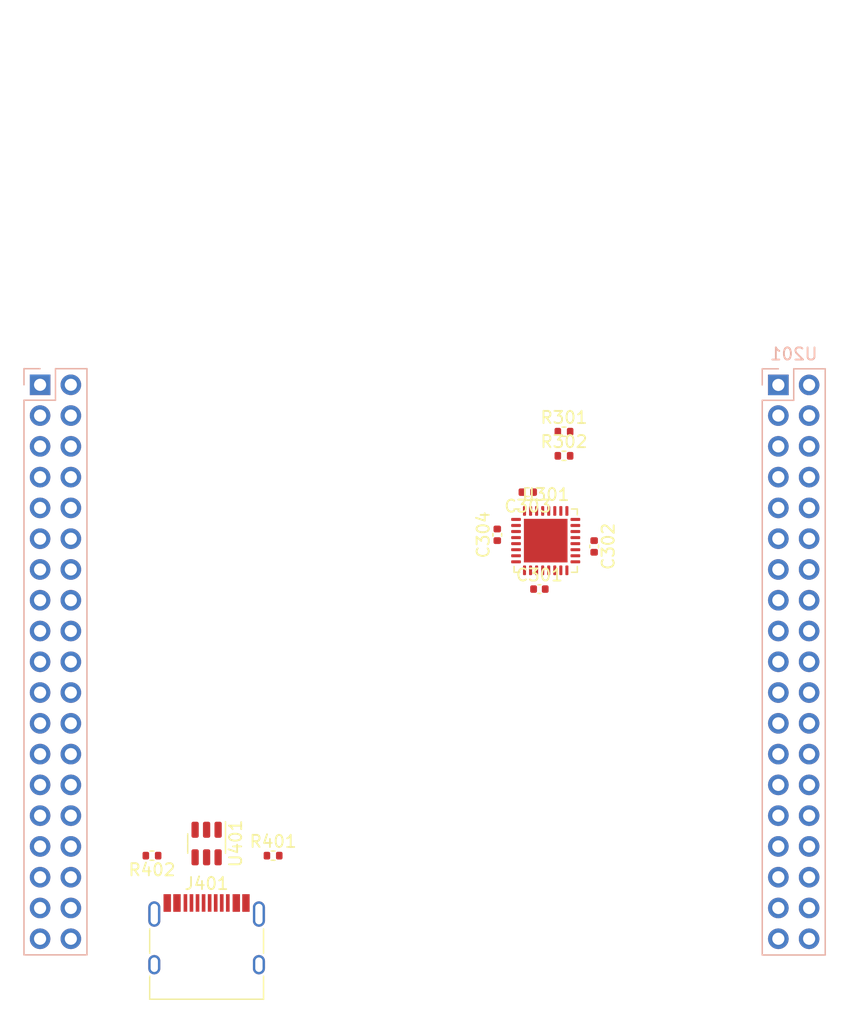
<source format=kicad_pcb>
(kicad_pcb (version 20221018) (generator pcbnew)
  (layers (0 "F.Cu" signal) (31 "B.Cu" signal) (34 "B.Paste" user) (35 "F.Paste" user) (36 "B.SilkS" user "B.Silkscreen") (37 "F.SilkS" user "F.Silkscreen") (38 "B.Mask" user) (39 "F.Mask" user) (44 "Edge.Cuts" user))
  (net 0 "")
  (net 1 "/AUDIO CODEC/VAG")
  (net 2 "GND")
  (net 3 "+3V3")
  (net 4 "+1V8")
  (net 5 "+3.3VA")
  (net 7 "/USB/USBC_VBUS")
  (net 8 "/USB/CC1")
  (net 9 "/USB/D+")
  (net 19 "/USB/D-")
  (net 30 "/USB/CC2")
  (net 31 "/AUDIO CODEC/I2C_SDA")
  (net 33 "/AUDIO CODEC/I2C_SCL")
  (net 58 "/AUDIO CODEC/HP_R")
  (net 69 "/AUDIO CODEC/HP_VGND")
  (net 81 "/AUDIO CODEC/HP_L")
  (net 88 "/AUDIO CODEC/LINEIN_R")
  (net 89 "/AUDIO CODEC/LINEIN_L")
  (net 90 "/AUDIO CODEC/SYS_MCLK")
  (net 91 "/AUDIO CODEC/I2S_LRCLK")
  (net 92 "/AUDIO CODEC/I2S_SCLK")
  (net 93 "/AUDIO CODEC/I2S_DOUT")
  (net 96 "/AUDIO CODEC/I2S_DIN")
  (net 104 "/NUCLEO/USB_D+")
  (net 105 "/NUCLEO/USB_D-")
  (footprint "Resistor_SMD:R_0402_1005Metric" (layer "F.Cu") (at 27.49 86 180)
    (fp_text reference "R402" (at 0 -1.17) (layer "F.SilkS"))
    (fp_text value "5.1k")
    (fp_line (start -0.153641 -0.38) (end 0.153641 -0.38) (stroke (width 0.12)) (layer "F.SilkS"))
    (fp_line (start -0.153641 0.38) (end 0.153641 0.38) (stroke (width 0.12)) (layer "F.SilkS"))
    (pad "1" smd roundrect (at -0.51 0 180) (size 0.54 0.64) (layers "F.Cu" "F.Paste" "F.Mask") (net 8 "/USB/CC1"))
    (pad "2" smd roundrect (at 0.51 0 180) (size 0.54 0.64) (layers "F.Cu" "F.Paste" "F.Mask") (net 2 "GND"))
  )
  (footprint "Capacitor_SMD:C_0402_1005Metric" (layer "F.Cu") (at 64 60.48 -90)
    (fp_text reference "C302" (at 0 -1.16 90) (layer "F.SilkS"))
    (fp_text value "100nF")
    (fp_line (start -0.107836 -0.36) (end 0.107836 -0.36) (stroke (width 0.12)) (layer "F.SilkS"))
    (fp_line (start -0.107836 0.36) (end 0.107836 0.36) (stroke (width 0.12)) (layer "F.SilkS"))
    (pad "1" smd roundrect (at -0.48 0 270) (size 0.56 0.62) (layers "F.Cu" "F.Paste" "F.Mask") (net 3 "+3V3"))
    (pad "2" smd roundrect (at 0.48 0 270) (size 0.56 0.62) (layers "F.Cu" "F.Paste" "F.Mask") (net 2 "GND"))
  )
  (footprint "Connector_USB:USB_C_Receptacle_HRO_TYPE-C-31-M-12" (layer "F.Cu") (at 32 93.95)
    (fp_text reference "J401" (at 0 -5.645) (layer "F.SilkS"))
    (fp_text value "USB_C_Receptacle_USB2.0")
    (fp_line (start -4.7 -1.9) (end -4.7 0.1) (stroke (width 0.12)) (layer "F.SilkS"))
    (fp_line (start -4.7 2) (end -4.7 3.9) (stroke (width 0.12)) (layer "F.SilkS"))
    (fp_line (start -4.7 3.9) (end 4.7 3.9) (stroke (width 0.12)) (layer "F.SilkS"))
    (fp_line (start 4.7 -1.9) (end 4.7 0.1) (stroke (width 0.12)) (layer "F.SilkS"))
    (fp_line (start 4.7 2) (end 4.7 3.9) (stroke (width 0.12)) (layer "F.SilkS"))
    (pad "" np_thru_hole circle (at -2.89 -2.6) (size 0.65 0.65) (drill 0.65) (layers "*.Cu" "*.Mask"))
    (pad "" np_thru_hole circle (at 2.89 -2.6) (size 0.65 0.65) (drill 0.65) (layers "*.Cu" "*.Mask"))
    (pad "A1" smd rect (at -3.25 -4.045) (size 0.6 1.45) (layers "F.Cu" "F.Paste" "F.Mask") (net 2 "GND"))
    (pad "A4" smd rect (at -2.45 -4.045) (size 0.6 1.45) (layers "F.Cu" "F.Paste" "F.Mask") (net 7 "/USB/USBC_VBUS"))
    (pad "A5" smd rect (at -1.25 -4.045) (size 0.3 1.45) (layers "F.Cu" "F.Paste" "F.Mask") (net 8 "/USB/CC1"))
    (pad "A6" smd rect (at -0.25 -4.045) (size 0.3 1.45) (layers "F.Cu" "F.Paste" "F.Mask") (net 9 "/USB/D+"))
    (pad "A7" smd rect (at 0.25 -4.045) (size 0.3 1.45) (layers "F.Cu" "F.Paste" "F.Mask") (net 19 "/USB/D-"))
    (pad "A8" smd rect (at 1.25 -4.045) (size 0.3 1.45) (layers "F.Cu" "F.Paste" "F.Mask"))
    (pad "A9" smd rect (at 2.45 -4.045) (size 0.6 1.45) (layers "F.Cu" "F.Paste" "F.Mask") (net 7 "/USB/USBC_VBUS"))
    (pad "A12" smd rect (at 3.25 -4.045) (size 0.6 1.45) (layers "F.Cu" "F.Paste" "F.Mask") (net 2 "GND"))
    (pad "B1" smd rect (at 3.25 -4.045) (size 0.6 1.45) (layers "F.Cu" "F.Paste" "F.Mask") (net 2 "GND"))
    (pad "B4" smd rect (at 2.45 -4.045) (size 0.6 1.45) (layers "F.Cu" "F.Paste" "F.Mask") (net 7 "/USB/USBC_VBUS"))
    (pad "B5" smd rect (at 1.75 -4.045) (size 0.3 1.45) (layers "F.Cu" "F.Paste" "F.Mask") (net 30 "/USB/CC2"))
    (pad "B6" smd rect (at 0.75 -4.045) (size 0.3 1.45) (layers "F.Cu" "F.Paste" "F.Mask") (net 9 "/USB/D+"))
    (pad "B7" smd rect (at -0.75 -4.045) (size 0.3 1.45) (layers "F.Cu" "F.Paste" "F.Mask") (net 19 "/USB/D-"))
    (pad "B8" smd rect (at -1.75 -4.045) (size 0.3 1.45) (layers "F.Cu" "F.Paste" "F.Mask"))
    (pad "B9" smd rect (at -2.45 -4.045) (size 0.6 1.45) (layers "F.Cu" "F.Paste" "F.Mask") (net 7 "/USB/USBC_VBUS"))
    (pad "B12" smd rect (at -3.25 -4.045) (size 0.6 1.45) (layers "F.Cu" "F.Paste" "F.Mask") (net 2 "GND"))
    (pad "S1" thru_hole oval (at -4.32 -3.13) (size 1 2.1) (drill oval 0.6 1.7) (layers "*.Cu" "*.Mask"))
    (pad "S1" thru_hole oval (at -4.32 1.05) (size 1 1.6) (drill oval 0.6 1.2) (layers "*.Cu" "*.Mask"))
    (pad "S1" thru_hole oval (at 4.32 -3.13) (size 1 2.1) (drill oval 0.6 1.7) (layers "*.Cu" "*.Mask"))
    (pad "S1" thru_hole oval (at 4.32 1.05) (size 1 1.6) (drill oval 0.6 1.2) (layers "*.Cu" "*.Mask"))
  )
  (footprint "Capacitor_SMD:C_0402_1005Metric" (layer "F.Cu") (at 59.48 64)
    (fp_text reference "C301" (at 0 -1.16) (layer "F.SilkS"))
    (fp_text value "100nF")
    (fp_line (start -0.107836 -0.36) (end 0.107836 -0.36) (stroke (width 0.12)) (layer "F.SilkS"))
    (fp_line (start -0.107836 0.36) (end 0.107836 0.36) (stroke (width 0.12)) (layer "F.SilkS"))
    (pad "1" smd roundrect (at -0.48 0) (size 0.56 0.62) (layers "F.Cu" "F.Paste" "F.Mask") (net 1 "/AUDIO CODEC/VAG"))
    (pad "2" smd roundrect (at 0.48 0) (size 0.56 0.62) (layers "F.Cu" "F.Paste" "F.Mask") (net 2 "GND"))
  )
  (footprint "Package_TO_SOT_SMD:SOT-23-6" (layer "F.Cu") (at 32 85 -90)
    (fp_text reference "U401" (at 0 -2.4 90) (layer "F.SilkS"))
    (fp_text value "USBLC6-2SC6")
    (fp_line (start 0 -1.56) (end -1.8 -1.56) (stroke (width 0.12)) (layer "F.SilkS"))
    (fp_line (start 0 -1.56) (end 0.8 -1.56) (stroke (width 0.12)) (layer "F.SilkS"))
    (fp_line (start 0 1.56) (end -0.8 1.56) (stroke (width 0.12)) (layer "F.SilkS"))
    (fp_line (start 0 1.56) (end 0.8 1.56) (stroke (width 0.12)) (layer "F.SilkS"))
    (pad "1" smd roundrect (at -1.1375 -0.95 270) (size 1.325 0.6) (layers "F.Cu" "F.Paste" "F.Mask") (net 104 "/NUCLEO/USB_D+"))
    (pad "2" smd roundrect (at -1.1375 0 270) (size 1.325 0.6) (layers "F.Cu" "F.Paste" "F.Mask") (net 2 "GND"))
    (pad "3" smd roundrect (at -1.1375 0.95 270) (size 1.325 0.6) (layers "F.Cu" "F.Paste" "F.Mask") (net 105 "/NUCLEO/USB_D-"))
    (pad "4" smd roundrect (at 1.1375 0.95 270) (size 1.325 0.6) (layers "F.Cu" "F.Paste" "F.Mask") (net 19 "/USB/D-"))
    (pad "5" smd roundrect (at 1.1375 0 270) (size 1.325 0.6) (layers "F.Cu" "F.Paste" "F.Mask") (net 7 "/USB/USBC_VBUS"))
    (pad "6" smd roundrect (at 1.1375 -0.95 270) (size 1.325 0.6) (layers "F.Cu" "F.Paste" "F.Mask") (net 9 "/USB/D+"))
  )
  (footprint "Resistor_SMD:R_0402_1005Metric" (layer "F.Cu") (at 61.51 53)
    (fp_text reference "R302" (at 0 -1.17) (layer "F.SilkS"))
    (fp_text value "1.5k")
    (fp_line (start -0.153641 -0.38) (end 0.153641 -0.38) (stroke (width 0.12)) (layer "F.SilkS"))
    (fp_line (start -0.153641 0.38) (end 0.153641 0.38) (stroke (width 0.12)) (layer "F.SilkS"))
    (pad "1" smd roundrect (at -0.51 0) (size 0.54 0.64) (layers "F.Cu" "F.Paste" "F.Mask") (net 3 "+3V3"))
    (pad "2" smd roundrect (at 0.51 0) (size 0.54 0.64) (layers "F.Cu" "F.Paste" "F.Mask") (net 33 "/AUDIO CODEC/I2C_SCL"))
  )
  (footprint "Package_DFN_QFN:QFN-32-1EP_5x5mm_P0.5mm_EP3.6x3.6mm" (layer "F.Cu") (at 60 60)
    (fp_text reference "U301" (at 0 -3.8) (layer "F.SilkS"))
    (fp_text value "SGTL5000XNAA3")
    (fp_line (start -2.61 2.61) (end -2.61 2.135) (stroke (width 0.12)) (layer "F.SilkS"))
    (fp_line (start -2.135 -2.61) (end -2.61 -2.61) (stroke (width 0.12)) (layer "F.SilkS"))
    (fp_line (start -2.135 2.61) (end -2.61 2.61) (stroke (width 0.12)) (layer "F.SilkS"))
    (fp_line (start 2.135 -2.61) (end 2.61 -2.61) (stroke (width 0.12)) (layer "F.SilkS"))
    (fp_line (start 2.135 2.61) (end 2.61 2.61) (stroke (width 0.12)) (layer "F.SilkS"))
    (fp_line (start 2.61 -2.61) (end 2.61 -2.135) (stroke (width 0.12)) (layer "F.SilkS"))
    (fp_line (start 2.61 2.61) (end 2.61 2.135) (stroke (width 0.12)) (layer "F.SilkS"))
    (pad "1" smd roundrect (at -2.45 -1.75) (size 0.8 0.25) (layers "F.Cu" "F.Paste" "F.Mask") (net 2 "GND"))
    (pad "2" smd roundrect (at -2.45 -1.25) (size 0.8 0.25) (layers "F.Cu" "F.Paste" "F.Mask") (net 58 "/AUDIO CODEC/HP_R"))
    (pad "3" smd roundrect (at -2.45 -0.75) (size 0.8 0.25) (layers "F.Cu" "F.Paste" "F.Mask") (net 2 "GND"))
    (pad "4" smd roundrect (at -2.45 -0.25) (size 0.8 0.25) (layers "F.Cu" "F.Paste" "F.Mask") (net 69 "/AUDIO CODEC/HP_VGND"))
    (pad "5" smd roundrect (at -2.45 0.25) (size 0.8 0.25) (layers "F.Cu" "F.Paste" "F.Mask") (net 5 "+3.3VA"))
    (pad "6" smd roundrect (at -2.45 0.75) (size 0.8 0.25) (layers "F.Cu" "F.Paste" "F.Mask") (net 81 "/AUDIO CODEC/HP_L"))
    (pad "7" smd roundrect (at -2.45 1.25) (size 0.8 0.25) (layers "F.Cu" "F.Paste" "F.Mask") (net 2 "GND"))
    (pad "8" smd roundrect (at -2.45 1.75) (size 0.8 0.25) (layers "F.Cu" "F.Paste" "F.Mask"))
    (pad "9" smd roundrect (at -1.75 2.45) (size 0.25 0.8) (layers "F.Cu" "F.Paste" "F.Mask"))
    (pad "10" smd roundrect (at -1.25 2.45) (size 0.25 0.8) (layers "F.Cu" "F.Paste" "F.Mask") (net 1 "/AUDIO CODEC/VAG"))
    (pad "11" smd roundrect (at -0.75 2.45) (size 0.25 0.8) (layers "F.Cu" "F.Paste" "F.Mask"))
    (pad "12" smd roundrect (at -0.25 2.45) (size 0.25 0.8) (layers "F.Cu" "F.Paste" "F.Mask"))
    (pad "13" smd roundrect (at 0.25 2.45) (size 0.25 0.8) (layers "F.Cu" "F.Paste" "F.Mask") (net 88 "/AUDIO CODEC/LINEIN_R"))
    (pad "14" smd roundrect (at 0.75 2.45) (size 0.25 0.8) (layers "F.Cu" "F.Paste" "F.Mask") (net 89 "/AUDIO CODEC/LINEIN_L"))
    (pad "15" smd roundrect (at 1.25 2.45) (size 0.25 0.8) (layers "F.Cu" "F.Paste" "F.Mask"))
    (pad "16" smd roundrect (at 1.75 2.45) (size 0.25 0.8) (layers "F.Cu" "F.Paste" "F.Mask"))
    (pad "17" smd roundrect (at 2.45 1.75) (size 0.8 0.25) (layers "F.Cu" "F.Paste" "F.Mask"))
    (pad "18" smd roundrect (at 2.45 1.25) (size 0.8 0.25) (layers "F.Cu" "F.Paste" "F.Mask"))
    (pad "19" smd roundrect (at 2.45 0.75) (size 0.8 0.25) (layers "F.Cu" "F.Paste" "F.Mask"))
    (pad "20" smd roundrect (at 2.45 0.25) (size 0.8 0.25) (layers "F.Cu" "F.Paste" "F.Mask") (net 3 "+3V3"))
    (pad "21" smd roundrect (at 2.45 -0.25) (size 0.8 0.25) (layers "F.Cu" "F.Paste" "F.Mask") (net 90 "/AUDIO CODEC/SYS_MCLK"))
    (pad "22" smd roundrect (at 2.45 -0.75) (size 0.8 0.25) (layers "F.Cu" "F.Paste" "F.Mask"))
    (pad "23" smd roundrect (at 2.45 -1.25) (size 0.8 0.25) (layers "F.Cu" "F.Paste" "F.Mask") (net 91 "/AUDIO CODEC/I2S_LRCLK"))
    (pad "24" smd roundrect (at 2.45 -1.75) (size 0.8 0.25) (layers "F.Cu" "F.Paste" "F.Mask") (net 92 "/AUDIO CODEC/I2S_SCLK"))
    (pad "25" smd roundrect (at 1.75 -2.45) (size 0.25 0.8) (layers "F.Cu" "F.Paste" "F.Mask") (net 93 "/AUDIO CODEC/I2S_DOUT"))
    (pad "26" smd roundrect (at 1.25 -2.45) (size 0.25 0.8) (layers "F.Cu" "F.Paste" "F.Mask") (net 96 "/AUDIO CODEC/I2S_DIN"))
    (pad "27" smd roundrect (at 0.75 -2.45) (size 0.25 0.8) (layers "F.Cu" "F.Paste" "F.Mask") (net 31 "/AUDIO CODEC/I2C_SDA"))
    (pad "28" smd roundrect (at 0.25 -2.45) (size 0.25 0.8) (layers "F.Cu" "F.Paste" "F.Mask"))
    (pad "29" smd roundrect (at -0.25 -2.45) (size 0.25 0.8) (layers "F.Cu" "F.Paste" "F.Mask") (net 33 "/AUDIO CODEC/I2C_SCL"))
    (pad "30" smd roundrect (at -0.75 -2.45) (size 0.25 0.8) (layers "F.Cu" "F.Paste" "F.Mask") (net 4 "+1V8"))
    (pad "31" smd roundrect (at -1.25 -2.45) (size 0.25 0.8) (layers "F.Cu" "F.Paste" "F.Mask") (net 2 "GND"))
    (pad "32" smd roundrect (at -1.75 -2.45) (size 0.25 0.8) (layers "F.Cu" "F.Paste" "F.Mask") (net 2 "GND"))
    (pad "33" smd rect (at 0 0) (size 3.6 3.6) (layers "F.Cu" "F.Mask") (net 2 "GND"))
  )
  (footprint "Capacitor_SMD:C_0402_1005Metric" (layer "F.Cu") (at 56 59.52 90)
    (fp_text reference "C304" (at 0 -1.16 90) (layer "F.SilkS"))
    (fp_text value "100nF")
    (fp_line (start -0.107836 -0.36) (end 0.107836 -0.36) (stroke (width 0.12)) (layer "F.SilkS"))
    (fp_line (start -0.107836 0.36) (end 0.107836 0.36) (stroke (width 0.12)) (layer "F.SilkS"))
    (pad "1" smd roundrect (at -0.48 0 90) (size 0.56 0.62) (layers "F.Cu" "F.Paste" "F.Mask") (net 5 "+3.3VA"))
    (pad "2" smd roundrect (at 0.48 0 90) (size 0.56 0.62) (layers "F.Cu" "F.Paste" "F.Mask") (net 2 "GND"))
  )
  (footprint "Capacitor_SMD:C_0402_1005Metric" (layer "F.Cu") (at 58.52 56 180)
    (fp_text reference "C303" (at 0 -1.16) (layer "F.SilkS"))
    (fp_text value "100nF")
    (fp_line (start -0.107836 -0.36) (end 0.107836 -0.36) (stroke (width 0.12)) (layer "F.SilkS"))
    (fp_line (start -0.107836 0.36) (end 0.107836 0.36) (stroke (width 0.12)) (layer "F.SilkS"))
    (pad "1" smd roundrect (at -0.48 0 180) (size 0.56 0.62) (layers "F.Cu" "F.Paste" "F.Mask") (net 4 "+1V8"))
    (pad "2" smd roundrect (at 0.48 0 180) (size 0.56 0.62) (layers "F.Cu" "F.Paste" "F.Mask") (net 2 "GND"))
  )
  (footprint "Resistor_SMD:R_0402_1005Metric" (layer "F.Cu") (at 61.51 51.01)
    (fp_text reference "R301" (at 0 -1.17) (layer "F.SilkS"))
    (fp_text value "1.5k")
    (fp_line (start -0.153641 -0.38) (end 0.153641 -0.38) (stroke (width 0.12)) (layer "F.SilkS"))
    (fp_line (start -0.153641 0.38) (end 0.153641 0.38) (stroke (width 0.12)) (layer "F.SilkS"))
    (pad "1" smd roundrect (at -0.51 0) (size 0.54 0.64) (layers "F.Cu" "F.Paste" "F.Mask") (net 3 "+3V3"))
    (pad "2" smd roundrect (at 0.51 0) (size 0.54 0.64) (layers "F.Cu" "F.Paste" "F.Mask") (net 31 "/AUDIO CODEC/I2C_SDA"))
  )
  (footprint "Resistor_SMD:R_0402_1005Metric" (layer "F.Cu") (at 37.49 86)
    (fp_text reference "R401" (at 0 -1.17) (layer "F.SilkS"))
    (fp_text value "5.1k")
    (fp_line (start -0.153641 -0.38) (end 0.153641 -0.38) (stroke (width 0.12)) (layer "F.SilkS"))
    (fp_line (start -0.153641 0.38) (end 0.153641 0.38) (stroke (width 0.12)) (layer "F.SilkS"))
    (pad "1" smd roundrect (at -0.51 0) (size 0.54 0.64) (layers "F.Cu" "F.Paste" "F.Mask") (net 30 "/USB/CC2"))
    (pad "2" smd roundrect (at 0.51 0) (size 0.54 0.64) (layers "F.Cu" "F.Paste" "F.Mask") (net 2 "GND"))
  )
  (footprint "WITNS:ST_NUCLEO_64" (layer "F.Cu") (at 50 70)
    (fp_text reference "U201" (at 30.48 -25.4) (layer "B.SilkS") (effects (justify mirror)))
    (fp_text value "NUCLEO_L476RG")
    (fp_line (start -33.08 -24.19) (end -33.08 -22.86) (stroke (width 0.12)) (layer "B.SilkS"))
    (fp_line (start -33.08 -21.59) (end -33.08 24.19) (stroke (width 0.12)) (layer "B.SilkS"))
    (fp_line (start -31.75 -24.19) (end -33.08 -24.19) (stroke (width 0.12)) (layer "B.SilkS"))
    (fp_line (start -30.48 -24.19) (end -30.48 -21.59) (stroke (width 0.12)) (layer "B.SilkS"))
    (fp_line (start -30.48 -21.59) (end -33.08 -21.59) (stroke (width 0.12)) (layer "B.SilkS"))
    (fp_line (start -27.88 -24.19) (end -30.48 -24.19) (stroke (width 0.12)) (layer "B.SilkS"))
    (fp_line (start -27.88 -24.19) (end -27.88 24.19) (stroke (width 0.12)) (layer "B.SilkS"))
    (fp_line (start -27.88 24.19) (end -33.08 24.19) (stroke (width 0.12)) (layer "B.SilkS"))
    (fp_line (start 27.88 -24.18) (end 27.88 -22.85) (stroke (width 0.12)) (layer "B.SilkS"))
    (fp_line (start 27.88 -21.58) (end 27.88 24.2) (stroke (width 0.12)) (layer "B.SilkS"))
    (fp_line (start 29.21 -24.18) (end 27.88 -24.18) (stroke (width 0.12)) (layer "B.SilkS"))
    (fp_line (start 30.48 -24.18) (end 30.48 -21.58) (stroke (width 0.12)) (layer "B.SilkS"))
    (fp_line (start 30.48 -21.58) (end 27.88 -21.58) (stroke (width 0.12)) (layer "B.SilkS"))
    (fp_line (start 33.08 -24.18) (end 30.48 -24.18) (stroke (width 0.12)) (layer "B.SilkS"))
    (fp_line (start 33.08 -24.18) (end 33.08 24.2) (stroke (width 0.12)) (layer "B.SilkS"))
    (fp_line (start 33.08 24.2) (end 27.88 24.2) (stroke (width 0.12)) (layer "B.SilkS"))
    (pad "101" thru_hole rect (at -31.75 -22.86) (size 1.7 1.7) (drill 1) (layers "*.Cu" "*.Mask"))
    (pad "102" thru_hole oval (at -29.21 -22.86) (size 1.7 1.7) (drill 1) (layers "*.Cu" "*.Mask"))
    (pad "103" thru_hole oval (at -31.75 -20.32) (size 1.7 1.7) (drill 1) (layers "*.Cu" "*.Mask"))
    (pad "104" thru_hole oval (at -29.21 -20.32) (size 1.7 1.7) (drill 1) (layers "*.Cu" "*.Mask"))
    (pad "105" thru_hole oval (at -31.75 -17.78) (size 1.7 1.7) (drill 1) (layers "*.Cu" "*.Mask"))
    (pad "106" thru_hole oval (at -29.21 -17.78) (size 1.7 1.7) (drill 1) (layers "*.Cu" "*.Mask"))
    (pad "107" thru_hole oval (at -31.75 -15.24) (size 1.7 1.7) (drill 1) (layers "*.Cu" "*.Mask"))
    (pad "108" thru_hole oval (at -29.21 -15.24) (size 1.7 1.7) (drill 1) (layers "*.Cu" "*.Mask") (net 2 "GND"))
    (pad "109" thru_hole oval (at -31.75 -12.7) (size 1.7 1.7) (drill 1) (layers "*.Cu" "*.Mask"))
    (pad "110" thru_hole oval (at -29.21 -12.7) (size 1.7 1.7) (drill 1) (layers "*.Cu" "*.Mask"))
    (pad "111" thru_hole oval (at -31.75 -10.16) (size 1.7 1.7) (drill 1) (layers "*.Cu" "*.Mask"))
    (pad "112" thru_hole oval (at -29.21 -10.16) (size 1.7 1.7) (drill 1) (layers "*.Cu" "*.Mask"))
    (pad "113" thru_hole oval (at -31.75 -7.62) (size 1.7 1.7) (drill 1) (layers "*.Cu" "*.Mask"))
    (pad "114" thru_hole oval (at -29.21 -7.62) (size 1.7 1.7) (drill 1) (layers "*.Cu" "*.Mask"))
    (pad "115" thru_hole oval (at -31.75 -5.08) (size 1.7 1.7) (drill 1) (layers "*.Cu" "*.Mask"))
    (pad "116" thru_hole oval (at -29.21 -5.08) (size 1.7 1.7) (drill 1) (layers "*.Cu" "*.Mask"))
    (pad "117" thru_hole oval (at -31.75 -2.54) (size 1.7 1.7) (drill 1) (layers "*.Cu" "*.Mask"))
    (pad "118" thru_hole oval (at -29.21 -2.54) (size 1.7 1.7) (drill 1) (layers "*.Cu" "*.Mask"))
    (pad "119" thru_hole oval (at -31.75 0) (size 1.7 1.7) (drill 1) (layers "*.Cu" "*.Mask") (net 2 "GND"))
    (pad "120" thru_hole oval (at -29.21 0) (size 1.7 1.7) (drill 1) (layers "*.Cu" "*.Mask") (net 2 "GND"))
    (pad "121" thru_hole oval (at -31.75 2.54) (size 1.7 1.7) (drill 1) (layers "*.Cu" "*.Mask"))
    (pad "122" thru_hole oval (at -29.21 2.54) (size 1.7 1.7) (drill 1) (layers "*.Cu" "*.Mask") (net 2 "GND"))
    (pad "123" thru_hole oval (at -31.75 5.08) (size 1.7 1.7) (drill 1) (layers "*.Cu" "*.Mask"))
    (pad "124" thru_hole oval (at -29.21 5.08) (size 1.7 1.7) (drill 1) (layers "*.Cu" "*.Mask"))
    (pad "125" thru_hole oval (at -31.75 7.62) (size 1.7 1.7) (drill 1) (layers "*.Cu" "*.Mask"))
    (pad "126" thru_hole oval (at -29.21 7.62) (size 1.7 1.7) (drill 1) (layers "*.Cu" "*.Mask"))
    (pad "127" thru_hole oval (at -31.75 10.16) (size 1.7 1.7) (drill 1) (layers "*.Cu" "*.Mask"))
    (pad "128" thru_hole oval (at -29.21 10.16) (size 1.7 1.7) (drill 1) (layers "*.Cu" "*.Mask"))
    (pad "129" thru_hole oval (at -31.75 12.7) (size 1.7 1.7) (drill 1) (layers "*.Cu" "*.Mask"))
    (pad "130" thru_hole oval (at -29.21 12.7) (size 1.7 1.7) (drill 1) (layers "*.Cu" "*.Mask"))
    (pad "131" thru_hole oval (at -31.75 15.24) (size 1.7 1.7) (drill 1) (layers "*.Cu" "*.Mask"))
    (pad "132" thru_hole oval (at -29.21 15.24) (size 1.7 1.7) (drill 1) (layers "*.Cu" "*.Mask"))
    (pad "133" thru_hole oval (at -31.75 17.78) (size 1.7 1.7) (drill 1) (layers "*.Cu" "*.Mask"))
    (pad "134" thru_hole oval (at -29.21 17.78) (size 1.7 1.7) (drill 1) (layers "*.Cu" "*.Mask"))
    (pad "135" thru_hole oval (at -31.75 20.32) (size 1.7 1.7) (drill 1) (layers "*.Cu" "*.Mask"))
    (pad "136" thru_hole oval (at -29.21 20.32) (size 1.7 1.7) (drill 1) (layers "*.Cu" "*.Mask"))
    (pad "137" thru_hole oval (at -31.75 22.86) (size 1.7 1.7) (drill 1) (layers "*.Cu" "*.Mask"))
    (pad "138" thru_hole oval (at -29.21 22.86) (size 1.7 1.7) (drill 1) (layers "*.Cu" "*.Mask"))
    (pad "201" thru_hole rect (at 29.21 -22.85) (size 1.7 1.7) (drill 1) (layers "*.Cu" "*.Mask"))
    (pad "202" thru_hole oval (at 31.75 -22.85) (size 1.7 1.7) (drill 1) (layers "*.Cu" "*.Mask"))
    (pad "203" thru_hole oval (at 29.21 -20.32) (size 1.7 1.7) (drill 1) (layers "*.Cu" "*.Mask"))
    (pad "204" thru_hole oval (at 31.75 -20.32) (size 1.7 1.7) (drill 1) (layers "*.Cu" "*.Mask"))
    (pad "205" thru_hole oval (at 29.21 -17.78) (size 1.7 1.7) (drill 1) (layers "*.Cu" "*.Mask"))
    (pad "206" thru_hole oval (at 31.75 -17.78) (size 1.7 1.7) (drill 1) (layers "*.Cu" "*.Mask"))
    (pad "207" thru_hole oval (at 29.21 -15.24) (size 1.7 1.7) (drill 1) (layers "*.Cu" "*.Mask"))
    (pad "208" thru_hole oval (at 31.75 -15.24) (size 1.7 1.7) (drill 1) (layers "*.Cu" "*.Mask"))
    (pad "209" thru_hole oval (at 29.21 -12.7) (size 1.7 1.7) (drill 1) (layers "*.Cu" "*.Mask") (net 2 "GND"))
    (pad "210" thru_hole oval (at 31.75 -12.7) (size 1.7 1.7) (drill 1) (layers "*.Cu" "*.Mask"))
    (pad "211" thru_hole oval (at 29.21 -10.16) (size 1.7 1.7) (drill 1) (layers "*.Cu" "*.Mask"))
    (pad "212" thru_hole oval (at 31.75 -10.16) (size 1.7 1.7) (drill 1) (layers "*.Cu" "*.Mask"))
    (pad "213" thru_hole oval (at 29.21 -7.62) (size 1.7 1.7) (drill 1) (layers "*.Cu" "*.Mask"))
    (pad "214" thru_hole oval (at 31.75 -7.62) (size 1.7 1.7) (drill 1) (layers "*.Cu" "*.Mask"))
    (pad "215" thru_hole oval (at 29.21 -5.08) (size 1.7 1.7) (drill 1) (layers "*.Cu" "*.Mask"))
    (pad "216" thru_hole oval (at 31.75 -5.08) (size 1.7 1.7) (drill 1) (layers "*.Cu" "*.Mask"))
    (pad "217" thru_hole oval (at 29.21 -2.54) (size 1.7 1.7) (drill 1) (layers "*.Cu" "*.Mask"))
    (pad "218" thru_hole oval (at 31.75 -2.54) (size 1.7 1.7) (drill 1) (layers "*.Cu" "*.Mask"))
    (pad "219" thru_hole oval (at 29.21 0) (size 1.7 1.7) (drill 1) (layers "*.Cu" "*.Mask"))
    (pad "220" thru_hole oval (at 31.75 0) (size 1.7 1.7) (drill 1) (layers "*.Cu" "*.Mask") (net 2 "GND"))
    (pad "221" thru_hole oval (at 29.21 2.54) (size 1.7 1.7) (drill 1) (layers "*.Cu" "*.Mask"))
    (pad "222" thru_hole oval (at 31.75 2.54) (size 1.7 1.7) (drill 1) (layers "*.Cu" "*.Mask"))
    (pad "223" thru_hole oval (at 29.21 5.08) (size 1.7 1.7) (drill 1) (layers "*.Cu" "*.Mask"))
    (pad "224" thru_hole oval (at 31.75 5.08) (size 1.7 1.7) (drill 1) (layers "*.Cu" "*.Mask"))
    (pad "225" thru_hole oval (at 29.21 7.62) (size 1.7 1.7) (drill 1) (layers "*.Cu" "*.Mask"))
    (pad "226" thru_hole oval (at 31.75 7.62) (size 1.7 1.7) (drill 1) (layers "*.Cu" "*.Mask"))
    (pad "227" thru_hole oval (at 29.21 10.16) (size 1.7 1.7) (drill 1) (layers "*.Cu" "*.Mask"))
    (pad "228" thru_hole oval (at 31.75 10.16) (size 1.7 1.7) (drill 1) (layers "*.Cu" "*.Mask"))
    (pad "229" thru_hole oval (at 29.21 12.7) (size 1.7 1.7) (drill 1) (layers "*.Cu" "*.Mask"))
    (pad "230" thru_hole oval (at 31.75 12.7) (size 1.7 1.7) (drill 1) (layers "*.Cu" "*.Mask"))
    (pad "231" thru_hole oval (at 29.21 15.24) (size 1.7 1.7) (drill 1) (layers "*.Cu" "*.Mask"))
    (pad "232" thru_hole oval (at 31.75 15.24) (size 1.7 1.7) (drill 1) (layers "*.Cu" "*.Mask") (net 2 "GND"))
    (pad "233" thru_hole oval (at 29.21 17.78) (size 1.7 1.7) (drill 1) (layers "*.Cu" "*.Mask"))
    (pad "234" thru_hole oval (at 31.75 17.78) (size 1.7 1.7) (drill 1) (layers "*.Cu" "*.Mask"))
    (pad "235" thru_hole oval (at 29.21 20.32) (size 1.7 1.7) (drill 1) (layers "*.Cu" "*.Mask"))
    (pad "236" thru_hole oval (at 31.75 20.32) (size 1.7 1.7) (drill 1) (layers "*.Cu" "*.Mask"))
    (pad "237" thru_hole oval (at 29.21 22.86) (size 1.7 1.7) (drill 1) (layers "*.Cu" "*.Mask"))
    (pad "238" thru_hole oval (at 31.75 22.86) (size 1.7 1.7) (drill 1) (layers "*.Cu" "*.Mask"))
  )
)
</source>
